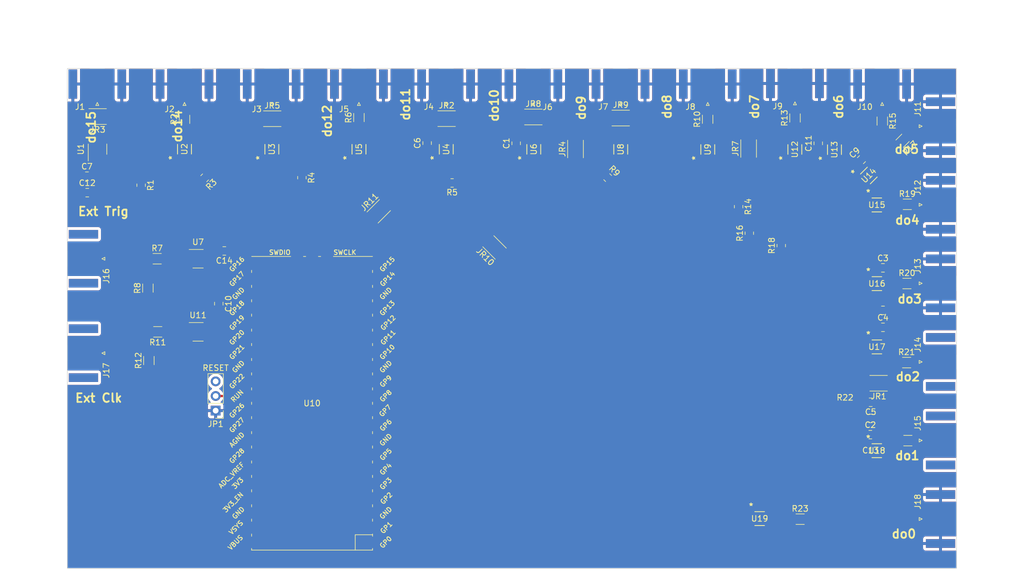
<source format=kicad_pcb>
(kicad_pcb (version 20221018) (generator pcbnew)
  (layers (0 "F.Cu" signal) (31 "B.Cu" signal) (34 "B.Paste" user) (35 "F.Paste" user) (36 "B.SilkS" user "B.Silkscreen") (37 "F.SilkS" user "F.Silkscreen") (38 "B.Mask" user) (39 "F.Mask" user) (44 "Edge.Cuts" user))
  (net 0 "")
  (net 1 "3_3V_Pico")
  (net 2 "GND")
  (net 3 "Net-(J16-In)")
  (net 4 "Net-(J17-In)")
  (net 5 "do7")
  (net 6 "do0")
  (net 7 "do15")
  (net 8 "do8")
  (net 9 "do14")
  (net 10 "do6")
  (net 11 "do9")
  (net 12 "do1")
  (net 13 "do13")
  (net 14 "do5")
  (net 15 "do10")
  (net 16 "do2")
  (net 17 "do12")
  (net 18 "do4")
  (net 19 "do3")
  (net 21 "Net-(JP1-C)")
  (net 22 "do11")
  (net 37 "Net-(U10-GPIO8)")
  (net 38 "Net-(U12A-1Y)")
  (net 41 "Net-(J16-Ext)")
  (net 42 "Net-(U2A-1Y)")
  (net 43 "Net-(R7-Pad2)")
  (net 44 "Net-(U5A-1Y)")
  (net 45 "Net-(R11-Pad1)")
  (net 46 "Net-(U9A-1Y)")
  (net 47 "Net-(U13A-1Y)")
  (net 48 "Net-(U14A-1Y)")
  (net 49 "Net-(U15A-1Y)")
  (net 50 "Net-(U16A-1Y)")
  (net 51 "Net-(U17A-1Y)")
  (net 52 "Net-(U18A-1Y)")
  (net 53 "Net-(U19A-1Y)")
  (net 54 "Net-(U10-GPIO15)")
  (net 55 "Net-(U10-GPIO14)")
  (net 56 "Net-(U10-GPIO13)")
  (net 57 "Net-(U10-GPIO11)")
  (net 58 "Net-(U10-GPIO12)")
  (net 59 "Net-(U10-GPIO10)")
  (net 61 "Net-(U10-GPIO16)")
  (net 62 "Net-(U10-GPIO9)")
  (net 63 "Net-(U10-GPIO7)")
  (net 65 "Net-(U10-GPIO20)")
  (net 66 "Net-(U10-GPIO6)")
  (net 67 "Net-(U10-GPIO5)")
  (net 68 "Net-(U10-GPIO4)")
  (net 69 "Net-(U10-GPIO3)")
  (net 70 "Net-(U10-GPIO2)")
  (net 71 "Net-(U10-GPIO1)")
  (net 72 "Net-(U10-GPIO0)")
  (footprint "74LVC2G34DKCR:74LVC2G34DKCR-M" (layer "F.Cu") (at 194.228 68.258 90)
    (fp_text reference "U12")
    (fp_text value "74LVC2G34DCKR")
  )
  (footprint "74LVC2G34DKCR:74LVC2G34DKCR-M" (layer "F.Cu") (at 88.235 68.21 90)
    (fp_text reference "U2")
    (fp_text value "74LVC2G34DCKR")
  )
  (footprint "Capacitor_SMD:C_0805_2012Metric_Pad1.18x1.45mm_HandSolder" (layer "F.Cu") (at 145.834 67.189 90)
    (fp_text reference "C1")
    (fp_text value "100n")
  )
  (footprint "Resistor_SMD:R_1206_3216Metric_Pad1.30x1.75mm_HandSolder" (layer "F.Cu") (at 213.763 77.789)
    (fp_text reference "R19")
    (fp_text value "49.9")
  )
  (footprint "74LVC2G34DKCR:74LVC2G34DKCR-M" (layer "F.Cu") (at 163.995 68.245 90)
    (fp_text reference "U8")
    (fp_text value "74LVC2G34DCKR")
  )
  (footprint "Resistor_SMD:R_2010_5025Metric_Pad1.40x2.65mm_HandSolder" (layer "F.Cu") (at 148.821 62.622)
    (fp_text reference "JR8")
    (fp_text value "0")
  )
  (footprint "Resistor_SMD:R_1206_3216Metric_Pad1.30x1.75mm_HandSolder" (layer "F.Cu") (at 82.058 104.919 90)
    (fp_text reference "R12")
    (fp_text value "47k")
  )
  (footprint "Resistor_SMD:R_1206_3216Metric_Pad1.30x1.75mm_HandSolder" (layer "F.Cu") (at 194.26 62.795 90)
    (fp_text reference "R13")
    (fp_text value "49.9")
  )
  (footprint "74LVC2G34DKCR:74LVC2G34DKCR-M" (layer "F.Cu") (at 179.108001 68.26125 90)
    (fp_text reference "U9")
    (fp_text value "74LVC2G34DCKR")
  )
  (footprint "74LVC2G34DKCR:74LVC2G34DKCR-M" (layer "F.Cu") (at 208.47975 102.544999)
    (fp_text reference "U17")
    (fp_text value "74LVC2G34DCKR")
  )
  (footprint "74LVC2G34DKCR:74LVC2G34DKCR-M" (layer "F.Cu") (at 103.406 68.224 90)
    (fp_text reference "U3")
    (fp_text value "74LVC2G34DCKR")
  )
  (footprint "Resistor_SMD:R_1206_3216Metric_Pad1.30x1.75mm_HandSolder" (layer "F.Cu") (at 213.697 91.539)
    (fp_text reference "R20")
    (fp_text value "49.9")
  )
  (footprint "Connector_Coaxial:SMA_Amphenol_132289_EdgeMount" (layer "F.Cu") (at 209.394448 56.9 90)
    (fp_text reference "J10")
    (fp_text value "do6")
  )
  (footprint "74LVC2G34DKCR:74LVC2G34DKCR-M" (layer "F.Cu") (at 207.078 72.783 45)
    (fp_text reference "U14")
    (fp_text value "74LVC2G34DCKR")
  )
  (footprint "Connector_Coaxial:SMA_Amphenol_132289_EdgeMount" (layer "F.Cu") (at 179.105556 56.9 90)
    (fp_text reference "J8")
    (fp_text value "do8")
  )
  (footprint "Resistor_SMD:R_1206_3216Metric_Pad1.30x1.75mm_HandSolder" (layer "F.Cu") (at 179.08 63.019 90)
    (fp_text reference "R10")
    (fp_text value "49.9")
  )
  (footprint "Connector_Coaxial:SMA_Amphenol_132289_EdgeMount" (layer "F.Cu") (at 219.531948 77.866071)
    (fp_text reference "J12")
    (fp_text value "do4")
  )
  (footprint "Resistor_SMD:R_0805_2012Metric_Pad1.20x1.40mm_HandSolder" (layer "F.Cu") (at 186.326 82.802 90)
    (fp_text reference "R16")
    (fp_text value "10k")
  )
  (footprint "Connector_Coaxial:SMA_Amphenol_132289_EdgeMount" (layer "F.Cu") (at 73.094448 56.9 90)
    (fp_text reference "J1")
    (fp_text value "do15")
  )
  (footprint "74LVC2G34DKCR:74LVC2G34DKCR-M" (layer "F.Cu") (at 208.46475 120.573)
    (fp_text reference "U18")
    (fp_text value "74LVC2G34DCKR")
  )
  (footprint "Connector_Coaxial:SMA_Amphenol_132289_EdgeMount" (layer "F.Cu") (at 70.694448 103.6375 180)
    (fp_text reference "J17")
    (fp_text value "Ext. Clk.")
  )
  (footprint "MCU_RaspberryPi_and_Boards:RPi_Pico_SMD" (layer "F.Cu") (at 110.394448 112.3375 180)
    (fp_text reference "U10")
    (fp_text value "Pico")
  )
  (footprint "Resistor_SMD:R_1206_3216Metric_Pad1.30x1.75mm_HandSolder" (layer "F.Cu") (at 213.856 118.817)
    (fp_text reference "R22")
    (fp_text value "49.9")
  )
  (footprint "Capacitor_SMD:C_0805_2012Metric_Pad1.18x1.45mm_HandSolder" (layer "F.Cu") (at 209.535 99.146)
    (fp_text reference "C4")
    (fp_text value "100n" hide)
  )
  (footprint "Resistor_SMD:R_0805_2012Metric_Pad1.20x1.40mm_HandSolder" (layer "F.Cu") (at 134.71 74.077 180)
    (fp_text reference "R5")
    (fp_text value "10k")
  )
  (footprint "Capacitor_SMD:C_0805_2012Metric_Pad1.18x1.45mm_HandSolder" (layer "F.Cu") (at 95.152 85.886 180)
    (fp_text reference "C14")
    (fp_text value "100n")
  )
  (footprint "Resistor_SMD:R_0805_2012Metric_Pad1.20x1.40mm_HandSolder" (layer "F.Cu") (at 80.703 74.467 -90)
    (fp_text reference "R1")
    (fp_text value "10k")
  )
  (footprint "Connector_PinHeader_2.54mm:PinHeader_1x03_P2.54mm_Vertical" (layer "F.Cu") (at 93.6498 113.6142 180)
    (fp_text reference "JP1")
    (fp_text value "RESET")
  )
  (footprint "Resistor_SMD:R_1206_3216Metric_Pad1.30x1.75mm_HandSolder" (layer "F.Cu") (at 209.418 63.331 -90)
    (fp_text reference "R15")
    (fp_text value "49.9")
  )
  (footprint "Resistor_SMD:R_1206_3216Metric_Pad1.30x1.75mm_HandSolder" (layer "F.Cu") (at 83.494448 87.2375)
    (fp_text reference "R7")
    (fp_text value "470")
  )
  (footprint "Resistor_SMD:R_2010_5025Metric_Pad1.40x2.65mm_HandSolder" (layer "F.Cu") (at 121.974 78.996 45)
    (fp_text reference "JR11")
    (fp_text value "0")
  )
  (footprint "74LVC2G34DKCR:74LVC2G34DKCR-M" (layer "F.Cu") (at 148.894 68.236 90)
    (fp_text reference "U6")
    (fp_text value "74LVC2G34DCKR")
  )
  (footprint "Resistor_SMD:R_1206_3216Metric_Pad1.30x1.75mm_HandSolder" (layer "F.Cu") (at 195.15 132.46)
    (fp_text reference "R23")
    (fp_text value "49.9")
  )
  (footprint "Capacitor_SMD:C_0805_2012Metric_Pad1.18x1.45mm_HandSolder" (layer "F.Cu") (at 209.528 88.824)
    (fp_text reference "C3")
    (fp_text value "100n")
  )
  (footprint "Capacitor_SMD:C_0805_2012Metric_Pad1.18x1.45mm_HandSolder" (layer "F.Cu") (at 209.535 96.205)
    (fp_text reference "C8" hide)
    (fp_text value "100n")
  )
  (footprint "74LVC2G34DKCR:74LVC2G34DKCR-M" (layer "F.Cu") (at 208.47825 91.564001)
    (fp_text reference "U16")
    (fp_text value "74LVC2G34DCKR")
  )
  (footprint "Resistor_SMD:R_2010_5025Metric_Pad1.40x2.65mm_HandSolder" (layer "F.Cu") (at 163.993 62.804)
    (fp_text reference "JR9")
    (fp_text value "0")
  )
  (footprint "Resistor_SMD:R_2010_5025Metric_Pad1.40x2.65mm_HandSolder" (layer "F.Cu") (at 156.14 68.183 90)
    (fp_text reference "JR4")
    (fp_text value "0")
  )
  (footprint "Resistor_SMD:R_1206_3216Metric_Pad1.30x1.75mm_HandSolder" (layer "F.Cu") (at 83.594448 99.9375 180)
    (fp_text reference "R11")
    (fp_text value "470")
  )
  (footprint "Capacitor_SMD:C_0805_2012Metric_Pad1.18x1.45mm_HandSolder" (layer "F.Cu") (at 198.296 67.191 90)
    (fp_text reference "C11")
    (fp_text value "100n")
  )
  (footprint "Capacitor_SMD:C_0805_2012Metric_Pad1.18x1.45mm_HandSolder" (layer "F.Cu") (at 207.3625 114.973 180)
    (fp_text reference "C13")
    (fp_text value "1u")
  )
  (footprint "Resistor_SMD:R_0805_2012Metric_Pad1.20x1.40mm_HandSolder" (layer "F.Cu") (at 108.63 73.162 -90)
    (fp_text reference "R4")
    (fp_text value "10k")
  )
  (footprint "Connector_Coaxial:SMA_Amphenol_132289_EdgeMount" (layer "F.Cu") (at 70.694448 87.2375 180)
    (fp_text reference "J16")
    (fp_text value "Ext. Trig.")
  )
  (footprint "Capacitor_SMD:C_0805_2012Metric_Pad1.18x1.45mm_HandSolder" (layer "F.Cu") (at 94.194448 95.0375 -90)
    (fp_text reference "C10")
    (fp_text value "100n")
  )
  (footprint "Package_TO_SOT_SMD:SOT-23-6_Handsoldering" (layer "F.Cu") (at 73.134 68.208 90)
    (fp_text reference "U1")
    (fp_text value "74LVC2G34DCKR")
  )
  (footprint "Resistor_SMD:R_2010_5025Metric_Pad1.40x2.65mm_HandSolder" (layer "F.Cu") (at 208.777 108.859 180)
    (fp_text reference "JR1")
    (fp_text value "0")
  )
  (footprint "Resistor_SMD:R_1206_3216Metric_Pad1.30x1.75mm_HandSolder" (layer "F.Cu") (at 212.936 66.753 -135)
    (fp_text reference "R17")
    (fp_text value "49.9")
  )
  (footprint "74LVC2G34DKCR:74LVC2G34DKCR-M" (layer "F.Cu") (at 208.465 77.893)
    (fp_text reference "U15")
    (fp_text value "74LVC2G34DCKR")
  )
  (footprint "Capacitor_SMD:C_0805_2012Metric_Pad1.18x1.45mm_HandSolder" (layer "F.Cu") (at 71.3 72.898)
    (fp_text reference "C7")
    (fp_text value "1u")
  )
  (footprint "74LVC2G34DKCR:74LVC2G34DKCR-M" (layer "F.Cu") (at 118.54 68.226 90)
    (fp_text reference "U5")
    (fp_text value "74LVC2G34DCKR")
  )
  (footprint "Connector_Coaxial:SMA_Amphenol_132289_EdgeMount" (layer "F.Cu") (at 194.25 56.8 90)
    (fp_text reference "J9")
    (fp_text value "do7")
  )
  (footprint "Resistor_SMD:R_0805_2012Metric_Pad1.20x1.40mm_HandSolder" (layer "F.Cu") (at 91.739 73.187 -135)
    (fp_text reference "R3")
    (fp_text value "10k")
  )
  (footprint "Package_TO_SOT_SMD:SOT-23-5_HandSoldering" (layer "F.Cu") (at 90.594448 87.2375)
    (fp_text reference "U7")
    (fp_text value "74LVC1G17")
  )
  (footprint "Connector_Coaxial:SMA_Amphenol_132289_EdgeMount" (layer "F.Cu") (at 219.531948 105.151785)
    (fp_text reference "J14")
    (fp_text value "do2")
  )
  (footprint "74LVC2G34DKCR:74LVC2G34DKCR-M" (layer "F.Cu") (at 201.109 68.296 90)
    (fp_text reference "U13")
    (fp_text value "74LVC2G34DCKR")
  )
  (footprint "Connector_Coaxial:SMA_Amphenol_132289_EdgeMount" (layer "F.Cu") (at 118.52778 56.9 90)
    (fp_text reference "J5")
    (fp_text value "do12")
  )
  (footprint "Connector_Coaxial:SMA_Amphenol_132289_EdgeMount" (layer "F.Cu") (at 88.238892 56.9 90)
    (fp_text reference "J2")
    (fp_text value "do14")
  )
  (footprint "Resistor_SMD:R_0805_2012Metric_Pad1.20x1.40mm_HandSolder" (layer "F.Cu") (at 191.869 84.957 90)
    (fp_text reference "R18")
    (fp_text value "10k")
  )
  (footprint "Resistor_SMD:R_2010_5025Metric_Pad1.40x2.65mm_HandSolder" (layer "F.Cu") (at 133.756944 62.907056)
    (fp_text reference "JR2")
    (fp_text value "0")
  )
  (footprint "Connector_Coaxial:SMA_Amphenol_132289_EdgeMount" (layer "F.Cu") (at 219.531948 132.4375)
    (fp_text reference "J18")
    (fp_text value "do0")
  )
  (footprint "Resistor_SMD:R_1206_3216Metric_Pad1.30x1.75mm_HandSolder" (layer "F.Cu") (at 81.887 92.338 90)
    (fp_text reference "R8")
    (fp_text value "47k")
  )
  (footprint "Connector_Coaxial:SMA_Amphenol_132289_EdgeMount" (layer "F.Cu") (at 103.383336 56.9 90)
    (fp_text reference "J3")
    (fp_text value "do13")
  )
  (footprint "Capacitor_SMD:C_0805_2012Metric_Pad1.18x1.45mm_HandSolder" (layer "F.Cu") (at 207.402 112.162 180)
    (fp_text reference "C5")
    (fp_text value "10u")
  )
  (footprint "Connector_Coaxial:SMA_Amphenol_132289_EdgeMount" (layer "F.Cu") (at 133.672224 56.9 90)
    (fp_text reference "J4")
    (fp_text value "do11")
  )
  (footprint "Resistor_SMD:R_1206_3216Metric_Pad1.30x1.75mm_HandSolder" (layer "F.Cu") (at 213.644 105.268)
    (fp_text reference "R21")
    (fp_text value "49.9")
  )
  (footprint "Resistor_SMD:R_2010_5025Metric_Pad1.40x2.65mm_HandSolder" (layer "F.Cu") (at 73.151 62.542 180)
    (fp_text reference "JR3")
    (fp_text value "0")
  )
  (footprint "74LVC2G34DKCR:74LVC2G34DKCR-M" (layer "F.Cu") (at 188.11875 132.365)
    (fp_text reference "U19")
    (fp_text value "74LVC2G34DCKR")
  )
  (footprint "Resistor_SMD:R_2010_5025Metric_Pad1.40x2.65mm_HandSolder" (layer "F.Cu") (at 186.202 68.102 90)
    (fp_text reference "JR7")
    (fp_text value "0")
  )
  (footprint "Capacitor_SMD:C_0805_2012Metric_Pad1.18x1.45mm_HandSolder" (layer "F.Cu") (at 207.3395 117.781)
    (fp_text reference "C2")
    (fp_text value "100n" hide)
  )
  (footprint "Capacitor_SMD:C_0805_2012Metric_Pad1.18x1.45mm_HandSolder" (layer "F.Cu") (at 130.369 67.1515 90)
    (fp_text reference "C6")
    (fp_text value "100n")
  )
  (footprint "Resistor_SMD:R_0805_2012Metric_Pad1.20x1.40mm_HandSolder" (layer "F.Cu") (at 184.462 78.192 -90)
    (fp_text reference "R14")
    (fp_text value "10k")
  )
  (footprint "Connector_Coaxial:SMA_Amphenol_132289_EdgeMount" (layer "F.Cu") (at 148.816668 56.9 90)
    (fp_text reference "J6")
    (fp_text value "do10")
  )
  (footprint "Resistor_SMD:R_2010_5025Metric_Pad1.40x2.65mm_HandSolder" (layer "F.Cu") (at 142.078 85.279 135)
    (fp_text reference "JR10")
    (fp_text value "0")
  )
  (footprint "Connector_Coaxial:SMA_Amphenol_132289_EdgeMount" (layer "F.Cu") (at 219.531948 91.508928)
    (fp_text reference "J13")
    (fp_text value "do3")
  )
  (footprint "Resistor_SMD:R_1206_3216Metric_Pad1.30x1.75mm_HandSolder" (layer "F.Cu") (at 88.241 63.028 90)
    (fp_text reference "R2")
    (fp_text value "49.9")
  )
  (footprint "Capacitor_SMD:C_0805_2012Metric_Pad1.18x1.45mm_HandSolder" (layer "F.Cu") (at 71.35 75.76)
    (fp_text reference "C12")
    (fp_text value "10u")
  )
  (footprint "Package_TO_SOT_SMD:SOT-23-5_HandSoldering" (layer "F.Cu") (at 90.594448 99.9375)
    (fp_text reference "U11")
    (fp_text value "74LVC1G34")
  )
  (footprint "Resistor_SMD:R_0805_2012Metric_Pad1.20x1.40mm_HandSolder" (layer "F.Cu") (at 161.727 73.151 -45)
    (fp_text reference "R9")
    (fp_text value "10k")
  )
  (footprint "Connector_Coaxial:SMA_Amphenol_132289_EdgeMount" (layer "F.Cu") (at 219.531948 64.223214)
    (fp_text reference "J11")
    (fp_text value "do5")
  )
  (footprint "Connector_Coaxial:SMA_Amphenol_132289_EdgeMount" (layer "F.Cu") (at 163.961112 56.9 90)
    (fp_text reference "J7")
    (fp_text value "do9")
  )
  (footprint "Resistor_SMD:R_2010_5025Metric_Pad1.40x2.65mm_HandSolder" (layer "F.Cu") (at 103.479 62.922)
    (fp_text reference "JR5")
    (fp_text value "0")
  )
  (footprint "Connector_Coaxial:SMA_Amphenol_132289_EdgeMount" (layer "F.Cu") (at 219.531948 118.794642)
    (fp_text reference "J15")
    (fp_text value "do1")
  )
  (footprint "Resistor_SMD:R_1206_3216Metric_Pad1.30x1.75mm_HandSolder" (layer "F.Cu") (at 118.534 62.717 90)
    (fp_text reference "R6")
    (fp_text value "49.9")
  )
  (footprint "74LVC2G34DKCR:74LVC2G34DKCR-M" (layer "F.Cu") (at 133.697 68.22925 90)
    (fp_text reference "U4")
    (fp_text value "74LVC2G34DCKR" hide)
  )
  (footprint "Capacitor_SMD:C_0805_2012Metric_Pad1.18x1.45mm_HandSolder" (layer "F.Cu") (at 205.7975 70.03 45)
    (fp_text reference "C9")
    (fp_text value "100n")
  )
  (gr_rect (start 67.9 54.2) (end 222.3 141) (stroke (width 0.1)) (fill none) (layer "Edge.Cuts"))
  (gr_text "do6" (at 202.7 63.1 90) (layer "F.SilkS") (effects (font (size 1.5 1.5) (thickness 0.3) bold) (justify left bottom)))
  (gr_text "do2" (at 211.6 108.6) (layer "F.SilkS") (effects (font (size 1.5 1.5) (thickness 0.3) bold) (justify left bottom)))
  (gr_text "do12" (at 113.9 66.3 90) (layer "F.SilkS") (effects (font (size 1.5 1.5) (thickness 0.3) bold) (justify left bottom)))
  (gr_text "do5" (at 211.4 69.1) (layer "F.SilkS") (effects (font (size 1.5 1.5) (thickness 0.3) bold) (justify left bottom)))
  (gr_text "do7" (at 188.1 63.1 90) (layer "F.SilkS") (effects (font (size 1.5 1.5) (thickness 0.3) bold) (justify left bottom)))
  (gr_text "do8" (at 172.9 63.1 90) (layer "F.SilkS") (effects (font (size 1.5 1.5) (thickness 0.3) bold) (justify left bottom)))
  (gr_text "do11" (at 127.5 63.4 90) (layer "F.SilkS") (effects (font (size 1.5 1.5) (thickness 0.3) bold) (justify left bottom)))
  (gr_text "do9" (at 158 63.3 90) (layer "F.SilkS") (effects (font (size 1.5 1.5) (thickness 0.3) bold) (justify left bottom)))
  (gr_text "Ext Clk" (at 69.1 112.3) (layer "F.SilkS") (effects (font (size 1.5 1.5) (thickness 0.3) bold) (justify left bottom)))
  (gr_text "Ext Trig" (at 69.6 79.9) (layer "F.SilkS") (effects (font (size 1.5 1.5) (thickness 0.3) bold) (justify left bottom)))
  (gr_text "do1" (at 211.5 122.3) (layer "F.SilkS") (effects (font (size 1.5 1.5) (thickness 0.3) bold) (justify left bottom)))
  (gr_text "do10" (at 142.9 63.6 90) (layer "F.SilkS") (effects (font (size 1.5 1.5) (thickness 0.3) bold) (justify left bottom)))
  (gr_text "do14" (at 87.9 67.2 90) (layer "F.SilkS") (effects (font (size 1.5 1.5) (thickness 0.3) bold) (justify left bottom)))
  (gr_text "do4" (at 211.5 81.4) (layer "F.SilkS") (effects (font (size 1.5 1.5) (thickness 0.3) bold) (justify left bottom)))
  (gr_text "do3" (at 211.9 95.1) (layer "F.SilkS") (effects (font (size 1.5 1.5) (thickness 0.3) bold) (justify left bottom)))
  (gr_text "do15" (at 72.9 67.4 90) (layer "F.SilkS") (effects (font (size 1.5 1.5) (thickness 0.3) bold) (justify left bottom)))
  (gr_text "do0" (at 210.9 135.9) (layer "F.SilkS") (effects (font (size 1.5 1.5) (thickness 0.3) bold) (justify left bottom)))
  (segment (start 208.457 105.182) (end 208.457 118.729) (width 0.4) (layer "F.Cu") (net 1))
  (segment (start 90.594448 86.6375) (end 90.944448 86.2875) (width 0.4) (layer "F.Cu") (net 1))
  (segment (start 90.944448 86.2875) (end 91.944448 86.2875) (width 0.4) (layer "F.Cu") (net 1))
  (segment (start 88.235 68.224) (end 88.243 68.232) (width 0.4) (layer "F.Cu") (net 1))
  (segment (start 208.457 74.2) (end 208.457 77.937) (width 0.4) (layer "F.Cu") (net 1))
  (segment (start 133.697 68.229) (end 133.7 68.232) (width 0.4) (layer "F.Cu") (net 1))
  (segment (start 208.457 91.508) (end 208.457 102.545) (width 0.4) (layer "F.Cu") (net 1))
  (segment (start 179.1 68.232) (end 163.996 68.232) (width 0.4) (layer "F.Cu") (net 1))
  (segment (start 92.8925 98.9875) (end 94.194448 97.685552) (width 0.4) (layer "F.Cu") (net 1))
  (segment (start 148.894 68.194) (end 148.932 68.232) (width 0.4) (layer "F.Cu") (net 1))
  (segment (start 91.944448 98.9875) (end 92.8925 98.9875) (width 0.4) (layer "F.Cu") (net 1))
  (segment (start 201.109 68.228) (end 201.113 68.232) (width 0.4) (layer "F.Cu") (net 1))
  (segment (start 208.457 120.573) (end 208.457 122.508) (width 0.4) (layer "F.Cu") (net 1))
  (segment (start 133.7 68.232) (end 118.509 68.232) (width 0.4) (layer "F.Cu") (net 1))
  (segment (start 207.953575 71.907425) (end 207.121 72.74) (width 0.4) (layer "F.Cu") (net 1))
  (segment (start 118.54 66.98775) (end 118.54 68.201) (width 0.4) (layer "F.Cu") (net 1))
  (segment (start 207.121 72.74) (end 206.997 72.74) (width 0.4) (layer "F.Cu") (net 1))
  (segment (start 148.894 66.99775) (end 148.894 68.194) (width 0.4) (layer "F.Cu") (net 1))
  (segment (start 188.42995 132.292801) (end 188.502149 132.365) (width 0.4) (layer "F.Cu") (net 1))
  (segment (start 72.325 79.575) (end 70.225 77.475) (width 0.4) (layer "F.Cu") (net 1))
  (segment (start 91.944448 85.278448) (end 87.361 80.695) (width 0.4) (layer "F.Cu") (net 1))
  (segment (start 194.228 68.194) (end 194.19 68.232) (width 0.4) (layer "F.Cu") (net 1))
  (segment (start 194.19 68.232) (end 201.113 68.232) (width 0.4) (layer "F.Cu") (net 1))
  (segment (start 118.54 68.201) (end 118.509 68.232) (width 0.4) (layer "F.Cu") (net 1))
  (segment (start 208.457 122.508) (end 204.475 126.49) (width 0.4) (layer "F.Cu") (net 1))
  (segment (start 101.504448 126.3075) (end 101.474448 126.3375) (width 0.4) (layer "F.Cu") (net 1))
  (segment (start 90.594448 121.6375) (end 90.594448 99.2375) (width 0.4) (layer "F.Cu") (net 1))
  (segment (start 208.457 102.545) (end 208.457 105.182) (width 0.4) (layer "F.Cu") (net 1))
  (segment (start 163.995 67.00675) (end 163.995 68.231) (width 0.4) (layer "F.Cu") (net 1))
  (segment (start 103.55 68.232) (end 103.406 68.088) (width 0.4) (layer "F.Cu") (net 1))
  (segment (start 188.502149 132.365) (end 189.357 132.365) (width 0.4) (layer "F.Cu") (net 1))
  (segment (start 179.108001 67.023) (end 179.108001 68.223999) (width 0.4) (layer "F.Cu") (net 1))
  (segment (start 74.257 68.232) (end 73.156 68.232) (width 0.4) (layer "F.Cu") (net 1))
  (segment (start 133.697 66.991) (end 133.697 68.229) (width 0.4) (layer "F.Cu") (net 1))
  (segment (start 73.134 66.96975) (end 73.134 68.21) (width 0.4) (layer "F.Cu") (net 1))
  (segment (start 86.241 79.575) (end 72.325 79.575) (width 0.4) (layer "F.Cu") (net 1))
  (segment (start 208.513001 91.564001) (end 208.457 91.508) (width 0.4) (layer "F.Cu") (net 1))
  (segment (start 88.243 68.232) (end 74.257 68.232) (width 0.4) (layer "F.Cu") (net 1))
  (segment (start 202.489 68.232) (end 206.997 72.74) (width 0.4) (layer "F.Cu") (net 1))
  (segment (start 189.905 126.49) (end 188.42995 127.96505) (width 0.4) (layer "F.Cu") (net 1))
  (segment (start 163.996 68.232) (end 148.932 68.232) (width 0.4) (layer "F.Cu") (net 1))
  (segment (start 95.294448 126.3375) (end 90.594448 121.6375) (width 0.4) (layer "F.Cu") (net 1))
  (segment (start 90.594448 99.2375) (end 90.594448 86.6375) (width 0.4) (layer "F.Cu") (net 1))
  (segment (start 208.457 118.729) (end 208.457 120.573) (width 0.4) (layer "F.Cu") (net 1))
  (segment (start 201.109 67.05775) (end 201.109 68.228) (width 0.4) (layer "F.Cu") (net 1))
  (segment (start 206.997 72.74) (end 208.457 74.2) (width 0.4) (layer "F.Cu") (net 1))
  (segment (start 87.361 80.695) (end 86.241 79.575) (width 0.4) (layer "F.Cu") (net 1))
  (segment (start 208.501 77.893) (end 208.457 77.937) (width 0.4) (layer "F.Cu") (net 1))
  (segment (start 92.9955 86.2875) (end 93.586 85.697) (width 0.4) (layer "F.Cu") (net 1))
  (segment (start 209.703 120.573) (end 208.457 120.573) (width 0.4) (layer "F.Cu") (net 1))
  (segment (start 204.475 126.49) (end 189.905 126.49) (width 0.4) (layer "F.Cu") (net 1))
  (segment (start 194.228 67.01975) (end 194.228 68.194) (width 0.4) (layer "F.Cu") (net 1))
  (segment (start 188.42995 127.96505) (end 188.42995 132.292801) (width 0.4) (layer "F.Cu") (net 1))
  (segment (start 118.509 68.232) (end 103.55 68.232) (width 0.4) (layer "F.Cu") (net 1))
  (segment (start 179.108001 68.223999) (end 179.1 68.232) (width 0.4) (layer "F.Cu") (net 1))
  (segment (start 73.134 68.21) (end 73.156 68.232) (width 0.4) (layer "F.Cu") (net 1))
  (segment (start 103.406 68.088) (end 103.406 66.98575) (width 0.4) (layer "F.Cu") (net 1))
  (segment (start 209.718 102.544999) (end 208.457 102.545) (width 0.4) (layer "F.Cu") (net 1))
  (segment (start 70.9 68.232) (end 70.225 68.907) (width 0.4) (layer "F.Cu") (net 1))
  (segment (start 88.235 66.97175) (end 88.235 68.224) (width 0.4) (layer "F.Cu") (net 1))
  (segment (start 194.19 68.232) (end 179.1 68.232) (width 0.4) (layer "F.Cu") (net 1))
  (segment (start 91.944448 86.2875) (end 91.944448 85.278448) (width 0.4) (layer "F.Cu") (net 1))
  (segment (start 209.70325 77.893) (end 208.501 77.893) (width 0.4) (layer "F.Cu") (net 1))
  (segment (start 209.7165 91.564001) (end 208.513001 91.564001) (width 0.4) (layer "F.Cu") (net 1))
  (segment (start 91.944448 86.2875) (end 92.9955 86.2875) (width 0.4) (layer "F.Cu") (net 1))
  (segment (start 70.225 77.475) (end 70.225 68.907) (width 0.4) (layer "F.Cu") (net 1))
  (segment (start 94.194448 97.685552) (end 94.194448 96.075) (width 0.4) (layer "F.Cu") (net 1))
  (segment (start 208.457 77.937) (end 208.457 78.313) (width 0.4) (layer "F.Cu") (net 1))
  (segment (start 201.113 68.232) (end 202.489 68.232) (width 0.4) (layer "F.Cu") (net 1))
  (segment (start 101.474448 126.3375) (end 95.294448 126.3375) (width 0.4) (layer "F.Cu") (net 1))
  (segment (start 103.55 68.232) (end 88.243 68.232) (width 0.4) (layer "F.Cu") (net 1))
  (segment (start 90.844448 98.9875) (end 91.944448 98.9875) (width 0.4) (layer "F.Cu") (net 1))
  (segment (start 163.995 68.231) (end 163.996 68.232) (width 0.4) (layer "F.Cu") (net 1))
  (segment (start 148.932 68.232) (end 133.7 68.232) (width 0.4) (layer "F.Cu") (net 1))
  (segment (start 93.586 85.697) (end 94.051 85.697) (width 0.4) (layer "F.Cu") (net 1))
  (segment (start 208.457 78.313) (end 208.457 91.508) (width 0.4) (layer "F.Cu") (net 1))
  (segment (start 73.156 68.232) (end 70.9 68.232) (width 0.4) (layer "F.Cu") (net 1))
  (segment (start 81.944448 87.2375) (end 70.694448 87.2375) (width 0.4) (layer "F.Cu") (net 3))
  (segment (start 81.887 90.788) (end 81.887 87.294948) (width 0.4) (layer "F.Cu") (net 3))
  (segment (start 81.887 87.294948) (end 81.944448 87.2375) (width 0.4) (layer "F.Cu") (net 3))
  (segment (start 70.694448 103.6375) (end 77.13 103.6375) (width 0.4) (layer "F.Cu") (net 4))
  (segment (start 77.13 103.6375) (end 80.83 99.9375) (width 0.4) (layer "F.Cu") (net 4))
  (segment (start 82.044448 99.9375) (end 82.044448 102.888552) (width 0.4) (layer "F.Cu") (net 4))
  (segment (start 82.044448 99.9375) (end 80.83 99.9375) (width 0.4) (layer "F.Cu") (net 4))
  (segment (start 194.26 56.81) (end 194.25 56.8) (width 0.93) (layer "F.Cu") (net 5))
  (segment (start 194.26 61.245) (end 194.26 56.81) (width 0.93) (layer "F.Cu") (net 5))
  (segment (start 196.7225 132.4375) (end 219.531948 132.4375) (width 0.93) (layer "F.Cu") (net 6))
  (segment (start 196.7 132.46) (end 196.7225 132.4375) (width 0.93) (layer "F.Cu") (net 6))
  (segment (start 73.094448 65.507552) (end 72.484001 66.117999) (width 0.4) (layer "F.Cu") (net 7))
  (segment (start 73.094448 56.9) (end 73.094448 64.676) (width 0.93) (layer "F.Cu") (net 7))
  (segment (start 73.783999 66.197103) (end 73.783999 66.96975) (width 0.4) (layer "F.Cu") (net 7))
  (segment (start 73.094448 65.507552) (end 73.783999 66.197103) (width 0.4) (layer "F.Cu") (net 7))
  (segment (start 73.094448 64.676) (end 73.094448 65.507552) (width 0.93) (layer "F.Cu") (net 7))
  (segment (start 72.484001 66.117999) (end 72.484001 66.96975) (width 0.4) (layer "F.Cu") (net 7))
  (segment (start 179.105556 56.9) (end 179.105556 61.443444) (width 0.93) (layer "F.Cu") (net 8))
  (segment (start 179.105556 61.443444) (end 179.08 61.469) (width 0.93) (layer "F.Cu") (net 8))
  (segment (start 88.238892 56.9) (end 88.238892 61.475892) (width 0.93) (layer "F.Cu") (net 9))
  (segment (start 88.238892 61.475892) (end 88.241 61.478) (width 0.93) (layer "F.Cu") (net 9))
  (segment (start 209.394448 61.757448) (end 209.418 61.781) (width 0.93) (layer "F.Cu") (net 10))
  (segment (start 209.394448 56.9) (end 209.394448 61.757448) (width 0.93) (layer "F.Cu") (net 10))
  (segment (start 164.644999 65.853999) (end 164.644999 67.00675) (width 0.4) (layer "F.Cu") (net 11))
  (segment (start 163.962 65.171) (end 163.345001 65.787999) (width 0.4) (layer "F.Cu") (net 11))
  (segment (start 163.961112 56.9) (end 163.961112 65.170112) (width 0.93) (layer "F.Cu") (net 11))
  (segment (start 163.961112 65.170112) (end 163.962 65.171) (width 0.4) (layer "F.Cu") (net 11))
  (segment (start 163.962 65.171) (end 164.644999 65.853999) (width 0.4) (layer "F.Cu") (net 11))
  (segment (start 163.345001 65.787999) (end 163.345001 67.00675) (width 0.4) (layer "F.Cu") (net 11))
  (segment (start 219.50959 118.817) (end 219.531948 118.794642) (width 0.93) (layer "F.Cu") (net 12))
  (segment (start 215.406 118.817) (end 219.50959 118.817) (width 0.93) (layer "F.Cu") (net 12))
  (segment (start 103.383336 61.919) (end 103.383336 65.079664) (width 0.4) (layer "F.Cu") (net 13))
  (segment (start 103.383336 56.9) (end 103.383336 61.919) (width 0.93) (layer "F.Cu") (net 13))
  (segment (start 103.383336 65.055664) (end 103.383336 65.079664) (width 0.4) (layer "F.Cu") (net 13))
  (segment (start 102.756001 65.699001) (end 102.756001 66.98575) (width 0.4) (layer "F.Cu") (net 13))
  (segment (start 102.763999 65.699001) (end 102.756001 65.699001) (width 0.4) (layer "F.Cu") (net 13))
  (segment (start 103.383336 65.079664) (end 102.763999 65.699001) (width 0.4) (layer "F.Cu") (net 13))
  (segment (start 103.383336 65.055664) (end 104.055999 65.728327) (width 0.4) (layer "F.Cu") (net 13))
  (segment (start 104.055999 65.728327) (end 104.055999 66.98575) (width 0.4) (layer "F.Cu") (net 13))
  (segment (start 219.531948 64.223214) (end 215.465786 64.223214) (width 0.93) (layer "F.Cu") (net 14))
  (segment (start 215.465786 64.223214) (end 214.032016 65.656984) (width 0.93) (layer "F.Cu") (net 14))
  (segment (start 148.837 65.502) (end 148.244001 66.094999) (width 0.4) (layer "F.Cu") (net 15))
  (segment (start 148.816668 56.9) (end 148.816668 65.481668) (width 0.93) (layer "F.Cu") (net 15))
  (segment (start 149.543999 66.208999) (end 149.543999 66.99775) (width 0.4) (layer "F.Cu") (net 15))
  (segment (start 148.837 65.502) (end 149.543999 66.208999) (width 0.4) (layer "F.Cu") (net 15))
  (segment (start 148.816668 65.481668) (end 148.837 65.502) (width 0.4) (layer "F.Cu") (net 15))
  (segment (start 148.244001 66.094999) (end 148.244001 66.99775) (width 0.4) (layer "F.Cu") (net 15))
  (segment (start 219.415733 105.268) (end 219.531948 105.151785) (width 0.93) (layer "F.Cu") (net 16))
  (segment (start 215.194 105.268) (end 219.415733 105.268) (width 0.93) (layer "F.Cu") (net 16))
  (segment (start 118.534 61.167) (end 118.534 56.90622) (width 0.93) (layer "F.Cu") (net 17))
  (segment (start 118.534 56.90622) (end 118.52778 56.9) (width 0.93) (layer "F.Cu") (net 17))
  (segment (start 219.454877 77.789) (end 219.531948 77.866071) (width 0.93) (layer "F.Cu") (net 18))
  (segment (start 215.313 77.789) (end 219.454877 77.789) (width 0.93) (layer "F.Cu") (net 18))
  (segment (start 215.247 91.539) (end 219.501876 91.539) (width 0.93) (layer "F.Cu") (net 19))
  (segment (start 219.501876 91.539) (end 219.531948 91.508928) (width 0.93) (layer "F.Cu") (net 19))
  (segment (start 101.504448 111.0675) (end 101.497748 111.0742) (width 0.4) (layer "F.Cu") (net 21))
  (segment (start 101.497748 111.0742) (end 93.6498 111.0742) (width 0.4) (layer "F.Cu") (net 21))
  (segment (start 133.047001 66.080999) (end 133.047001 66.991) (width 0.4) (layer "F.Cu") (net 22))
  (segment (start 134.346999 66.130551) (end 134.346999 66.991) (width 0.4) (layer "F.Cu") (net 22))
  (segment (start 133.672224 65.455776) (end 134.346999 66.130551) (width 0.4) (layer "F.Cu") (net 22))
  (segment (start 133.672224 56.9) (end 133.672224 65.455776) (width 0.93) (layer "F.Cu") (net 22))
  (segment (start 133.672224 65.455776) (end 133.047001 66.080999) (width 0.4) (layer "F.Cu") (net 22))
  (segment (start 179.102 71.175) (end 179.102 72.75) (width 0.4) (layer "F.Cu") (net 37))
  (segment (start 179.102 71.175) (end 179.758 70.519) (width 0.4) (layer "F.Cu") (net 37))
  (segment (start 133.0535 111.0675) (end 119.284448 111.0675) (width 0.4) (layer "F.Cu") (net 37))
  (segment (start 179.758 70.519) (end 179.758 69.4995) (width 0.4) (layer "F.Cu") (net 37))
  (segment (start 178.458002 69.4995) (end 178.458002 70.531002) (width 0.4) (layer "F.Cu") (net 37))
  (segment (start 168.862 75.259) (end 133.0535 111.0675) (width 0.4) (layer "F.Cu") (net 37))
  (segment (start 178.458002 70.531002) (end 179.102 71.175) (width 0.4) (layer "F.Cu") (net 37))
  (segment (start 176.593 75.259) (end 168.862 75.259) (width 0.4) (layer "F.Cu") (net 37))
  (segment (start 179.102 72.75) (end 176.593 75.259) (width 0.4) (layer "F.Cu") (net 37))
  (segment (start 193.578001 66.229999) (end 194.26 65.548) (width 0.4) (layer "F.Cu") (net 38))
  (segment (start 194.26 65.548) (end 194.877999 66.165999) (width 0.4) (layer "F.Cu") (net 38))
  (segment (start 194.26 65.548) (end 194.26 64.345) (width 0.4) (layer "F.Cu") (net 38))
  (segment (start 193.578001 67.01975) (end 193.578001 66.229999) (width 0.4) (layer "F.Cu") (net 38))
  (segment (start 194.877999 66.165999) (end 194.877999 67.01975) (width 0.4) (layer "F.Cu") (net 38))
  (segment (start 88.241 65.549) (end 88.199 65.591) (width 0.4) (layer "F.Cu") (net 42))
  (segment (start 88.884999 66.276999) (end 88.884999 66.97175) (width 0.4) (layer "F.Cu") (net 42))
  (segment (start 88.241 64.578) (end 88.241 65.549) (width 0.4) (layer "F.Cu") (net 42))
  (segment (start 87.585001 66.204999) (end 88.199 65.591) (width 0.4) (layer "F.Cu") (net 42))
  (segment (start 87.585001 66.97175) (end 87.585001 66.204999) (width 0.4) (layer "F.Cu") (net 42))
  (segment (start 88.199 65.591) (end 88.884999 66.276999) (width 0.4) (layer "F.Cu") (net 42))
  (segment (start 89.244448 87.2375) (end 85.044448 87.2375) (width 0.4) (layer "F.Cu") (net 43))
  (segment (start 117.890001 66.258999) (end 118.535 65.614) (width 0.4) (layer "F.Cu") (net 44))
  (segment (start 118.535 64.268) (end 118.535 65.351) (width 0.4) (layer "F.Cu") (net 44))
  (segment (start 117.890001 66.98775) (end 117.890001 66.258999) (width 0.4) (layer "F.Cu") (net 44))
  (segment (start 119.189999 66.268999) (end 118.535 65.614) (width 0.4) (layer "F.Cu") (net 44))
  (segment (start 119.189999 66.98775) (end 119.189999 66.268999) (width 0.4) (layer "F.Cu") (net 44))
  (segment (start 118.535 65.614) (end 118.535 65.351) (width 0.4) (layer "F.Cu") (net 44))
  (segment (start 89.244448 99.9375) (end 85.144448 99.9375) (width 0.4) (layer "F.Cu") (net 45))
  (segment (start 179.078 65.43) (end 179.758 66.11) (width 0.4) (layer "F.Cu") (net 46))
  (segment (start 179.078 64.571) (end 179.078 65.43) (width 0.4) (layer "F.Cu") (net 46))
  (segment (start 179.078 65.43) (end 178.458002 66.049998) (width 0.4) (layer "F.Cu") (net 46))
  (segment (start 179.758 66.11) (end 179.758 67.023) (width 0.4) (layer "F.Cu") (net 46))
  (segment (start 178.458002 66.049998) (end 178.458002 67.023) (width 0.4) (layer "F.Cu") (net 46))
  (segment (start 200.459001 67.05775) (end 200.459001 66.082999) (width 0.4) (layer "F.Cu") (net 47))
  (segment (start 201.711298 66.082999) (end 201.758999 66.1307) (width 0.4) (layer "F.Cu") (net 47))
  (segment (start 200.459001 66.082999) (end 201.711298 66.082999) (width 0.4) (layer "F.Cu") (net 47))
  (segment (start 209.418 64.881) (end 209.418 65.745) (width 0.4) (layer "F.Cu") (net 47))
  (segment (start 209.079 66.084) (end 201.805699 66.084) (width 0.4) (layer "F.Cu") (net 47))
  (segment (start 201.758999 66.1307) (end 201.758999 67.05775) (width 0.4) (layer "F.Cu") (net 47))
  (segment (start 201.805699 66.084) (end 201.758999 66.1307) (width 0.4) (layer "F.Cu") (net 47))
  (segment (start 209.418 65.745) (end 209.079 66.084) (width 0.4) (layer "F.Cu") (net 47))
  (segment (start 209.396 70.293) (end 209.396 71.384238) (width 0.4) (layer "F.Cu") (net 48))
  (segment (start 211.839984 67.849016) (end 209.396 70.293) (width 0.4) (layer "F.Cu") (net 48))
  (segment (start 209.396 70.293) (end 208.648762 70.293) (width 0.4) (layer "F.Cu") (net 48))
  (segment (start 209.396 71.384238) (end 208.413194 72.367044) (width 0.4) (layer "F.Cu") (net 48))
  (segment (start 208.648762 70.293) (end 207.493956 71.447806) (width 0.4) (layer "F.Cu") (net 48))
  (segment (start 210.409001 77.243001) (end 210.966 77.8) (width 0.4) (layer "F.Cu") (net 49))
  (segment (start 210.966 77.8) (end 212.202 77.8) (width 0.4) (layer "F.Cu") (net 49))
  (segment (start 210.342001 78.542999) (end 209.70325 78.542999) (width 0.4) (layer "F.Cu") (net 49))
  (segment (start 210.966 77.919) (end 210.342001 78.542999) (width 0.4) (layer "F.Cu") (net 49))
  (segment (start 210.966 77.8) (end 210.966 77.919) (width 0.4) (layer "F.Cu") (net 49))
  (segment (start 212.202 77.8) (end 212.213 77.789) (width 0.4) (layer "F.Cu") (net 49))
  (segment (start 209.70325 77.243001) (end 210.409001 77.243001) (width 0.4) (layer "F.Cu") (net 49))
  (segment (start 210.902 92.214) (end 211.577 91.539) (width 0.4) (layer "F.Cu") (net 50))
  (segment (start 211.577 91.539) (end 212.147 91.539) (width 0.4) (layer "F.Cu") (net 50))
  (segment (start 209.7165 92.214) (end 210.902 92.214) (width 0.4) (layer "F.Cu") (net 50))
  (segment (start 210.800002 90.914002) (end 209.7165 90.914002) (width 0.4) (layer "F.Cu") (net 50))
  (segment (start 212.147 91.539) (end 211.425 91.539) (width 0.4) (layer "F.Cu") (net 50))
  (segment (start 211.425 91.539) (end 210.800002 90.914002) (width 0.4) (layer "F.Cu") (net 50))
  (segment (start 211.145 102.768) (end 210.718002 103.194998) (width 0.4) (layer "F.Cu") (net 51))
  (segment (start 209.718 101.895) (end 210.64505 101.895) (width 0.4) (layer "F.Cu") (net 51))
  (segment (start 211.145 102.39495) (end 211.145 102.768) (width 0.4) (layer "F.Cu") (net 51))
  (segment (start 211.145 102.768) (end 211.773 102.768) (width 0.4) (layer "F.Cu") (net 51))
  (segment (start 210.718002 103.194998) (end 209.718 103.194998) (width 0.4) (layer "F.Cu") (net 51))
  (segment (start 212.094 103.089) (end 212.094 105.268) (width 0.4) (layer "F.Cu") (net 51))
  (segment (start 210.64505 101.895) (end 211.145 102.39495) (width 0.4) (layer "F.Cu") (net 51))
  (segment (start 211.773 102.768) (end 212.094 103.089) (width 0.4) (layer "F.Cu") (net 51))
  (segment (start 211.061 120.353951) (end 212.127049 120.353951) (width 0.4) (layer "F.Cu") (net 52))
  (segment (start 211.061 120.353951) (end 210.63005 119.923001) (width 0.4) (layer "F.Cu") (net 52))
  (segment (start 210.557851 121.222999) (end 211.061 120.71985) (width 0.4) (layer "F.Cu") (net 52))
  (segment (start 209.703 121.222999) (end 210.557851 121.222999) (width 0.4) (layer "F.Cu") (net 52))
  (segment (start 211.061 120.71985) (end 211.061 120.353951) (width 0.4) (layer "F.Cu") (net 52))
  (segment (start 212.127049 120.353951) (end 212.306 120.175) (width 0.4) (layer "F.Cu") (net 52))
  (segment (start 210.63005 119.923001) (end 209.703 119.923001) (width 0.4) (layer "F.Cu") (net 52))
  (segment (start 212.306 120.175) (end 212.306 118.817) (width 0.4) (layer "F.Cu") (net 52))
  (segment (start 189.357 131.715001) (end 190.511001 131.715001) (width 0.4) (layer "F.Cu") (net 53))
  (segment (start 190.701001 133.014999) (end 191.256 132.46) (width 0.4) (layer "F.Cu") (net 53))
  (segment (start 191.256 132.46) (end 193.6 132.46) (width 0.4) (layer "F.Cu") (net 53))
  (segment (start 190.511001 131.715001) (end 191.256 132.46) (width 0.4) (layer "F.Cu") (net 53))
  (segment (start 189.357 133.014999) (end 190.701001 133.014999) (width 0.4) (layer "F.Cu") (net 53))
  (segment (start 95.495 82.837) (end 86.129 73.471) (width 0.4) (layer "F.Cu") (net 54))
  (segment (start 73.783999 70.464001) (end 73.179351 71.068649) (width 0.4) (layer "F.Cu") (net 54))
  (segment (start 86.129 73.471) (end 75.581702 73.471) (width 0.4) (layer "F.Cu") (net 54))
  (segment (start 117.9375 88.2075) (end 112.567 82.837) (width 0.4) (layer "F.Cu") (net 54))
  (segment (start 112.567 82.837) (end 95.495 82.837) (width 0.4) (layer "F.Cu") (net 54))
  (segment (start 119.284448 88.2075) (end 117.9375 88.2075) (width 0.4) (layer "F.Cu") (net 54))
  (segment (start 73.179351 71.068649) (end 72.484001 70.3733) (width 0.4) (layer "F.Cu") (net 54))
  (segment (start 75.581702 73.471) (end 73.179351 71.068649) (width 0.4) (layer "F.Cu") (net 54))
  (segment (start 72.484001 70.3733) (end 72.484001 69.44625) (width 0.4) (layer "F.Cu") (net 54))
  (segment (start 73.783999 69.44625) (end 73.783999 70.464001) (width 0.4) (layer "F.Cu") (net 54))
  (segment (start 95.433 78.343) (end 88.272 71.182) (width 0.4) (layer "F.Cu") (net 55))
  (segment (start 121.067948 90.724) (end 122.542 90.724) (width 0.4) (layer "F.Cu") (net 55))
  (segment (start 123.172 90.094) (end 123.172 86.05) (width 0.4) (layer "F.Cu") (net 55))
  (segment (start 123.172 86.05) (end 121.177 84.055) (width 0.4) (layer "F.Cu") (net 55))
  (segment (start 121.177 84.055) (end 117.817 84.055) (width 0.4) (layer "F.Cu") (net 55))
  (segment (start 112.105 78.343) (end 95.433 78.343) (width 0.4) (layer "F.Cu") (net 55))
  (segment (start 87.585001 70.495001) (end 87.585001 69.44825) (width 0.4) (layer "F.Cu") (net 55))
  (segment (start 88.884999 70.303101) (end 88.272 70.9161) (width 0.4) (layer "F.Cu") (net 55))
  (segment (start 88.272 70.9161) (end 88.272 71.182) (width 0.4) (layer "F.Cu") (net 55))
  (segment (start 88.272 71.182) (end 87.585001 70.495001) (width 0.4) (layer "F.Cu") (net 55))
  (segment (start 88.884999 69.44825) (end 88.884999 70.303101) (width 0.4) (layer "F.Cu") (net 55))
  (segment (start 121.044448 90.7475) (end 121.067948 90.724) (width 0.4) (layer "F.Cu") (net 55))
  (segment (start 122.542 90.724) (end 123.172 90.094) (width 0.4) (layer "F.Cu") (net 55))
  (segment (start 117.817 84.055) (end 112.105 78.343) (width 0.4) (layer "F.Cu") (net 55))
  (segment (start 103.317 71.742) (end 102.756001 71.181001) (width 0.4) (layer "F.Cu") (net 56))
  (segment (start 105.762 74.187) (end 103.317 71.742) (width 0.4) (layer "F.Cu") (net 56))
  (segment (start 119.284448 95.8275) (end 123.1315 95.8275) (width 0.4) (layer "F.Cu") (net 56))
  (segment (start 102.756001 71.181001) (end 102.756001 69.46225) (width 0.4) (layer "F.Cu") (net 56))
  (segment (start 104.055999 71.003001) (end 103.317 71.742) (width 0.4) (layer "F.Cu") (net 56))
  (segment (start 125.819 93.14) (end 125.819 82.895) (width 0.4) (layer "F.Cu") (net 56))
  (segment (start 117.111 74.187) (end 105.762 74.187) (width 0.4) (layer "F.Cu") (net 56))
  (segment (start 123.1315 95.8275) (end 125.819 93.14) (width 0.4) (layer "F.Cu") (net 56))
  (segment (start 104.055999 69.46225) (end 104.055999 71.003001) (width 0.4) (layer "F.Cu") (net 56))
  (segment (start 125.819 82.895) (end 117.111 74.187) (width 0.4) (layer "F.Cu") (net 56))
  (segment (start 133.704 71.259) (end 133.704 90.809) (width 0.4) (layer "F.Cu") (net 57))
  (segment (start 123.6055 100.9075) (end 119.284448 100.9075) (width 0.4) (layer "F.Cu") (net 57))
  (segment (start 134.346999 70.616001) (end 134.346999 69.4675) (width 0.4) (layer "F.Cu") (net 57))
  (segment (start 133.704 71.259) (end 134.346999 70.616001) (width 0.4) (layer "F.Cu") (net 57))
  (segment (start 133.704 90.809) (end 123.6055 100.9075) (width 0.4) (layer "F.Cu") (net 57))
  (segment (start 133.047001 70.602001) (end 133.704 71.259) (width 0.4) (layer "F.Cu") (net 57))
  (segment (start 133.047001 69.4675) (end 133.047001 70.602001) (width 0.4) (layer "F.Cu") (net 57))
  (segment (start 129.655 80.102) (end 122.15 72.597) (width 0.4) (layer "F.Cu") (net 58))
  (segment (start 118.57745 71.00655) (end 117.890001 70.319101) (width 0.4) (layer "F.Cu") (net 58))
  (segment (start 118.57745 71.48345) (end 118.57745 71.00655) (width 0.4) (layer "F.Cu") (net 58))
  (segment (start 119.189999 70.3913) (end 118.57745 71.003849) (width 0.4) (layer "F.Cu") (net 58))
  (segment (start 119.691 72.597) (end 118.57745 71.48345) (width 0.4) (layer "F.Cu") (net 58))
  (segment (start 118.57745 71.003849) (end 118.57745 71.00655) (width 0.4) (layer "F.Cu") (net 58))
  (segment (start 119.284448 98.3675) (end 123.408028 98.3675) (width 0.4) (layer "F.Cu") (net 58))
  (segment (start 123.408028 98.3675) (end 129.655 92.120528) (width 0.4) (layer "F.Cu") (net 58))
  (segment (start 122.15 72.597) (end 119.691 72.597) (width 0.4) (layer "F.Cu") (net 58))
  (segment (start 117.890001 70.319101) (end 117.890001 69.46425) (width 0.4) (layer "F.Cu") (net 58))
  (segment (start 119.189999 69.46425) (end 119.189999 70.3913) (width 0.4) (layer "F.Cu") (net 58))
  (segment (start 129.655 92.120528) (end 129.655 80.102) (width 0.4) (layer "F.Cu") (net 58))
  (segment (start 148.866 71.269) (end 149.543999 70.591001) (width 0.4) (layer "F.Cu") (net 59))
  (segment (start 148.244001 70.647001) (end 148.866 71.269) (width 0.4) (layer "F.Cu") (net 59))
  (segment (start 149.543999 70.591001) (end 149.543999 69.47425) (width 0.4) (layer "F.Cu") (net 59))
  (segment (start 148.244001 69.47425) (end 148.244001 70.647001) (width 0.4) (layer "F.Cu") (net 59))
  (segment (start 123.9465 103.4475) (end 119.284448 103.4475) (width 0.4) (layer "F.Cu") (net 59))
  (segment (start 148.866 71.269) (end 148.866 78.528) (width 0.4) (layer "F.Cu") (net 59))
  (segment (start 148.866 78.528) (end 123.9465 103.4475) (width 0.4) (layer "F.Cu") (net 59))
  (segment (start 101.484448 88.1875) (end 91.944448 88.1875) (width 0.4) (layer "F.Cu") (net 61))
  (segment (start 101.504448 88.2075) (end 101.484448 88.1875) (width 0.4) (layer "F.Cu") (net 61))
  (segment (start 164.644999 70.609001) (end 164.644999 69.48325) (width 0.4) (layer "F.Cu") (net 62))
  (segment (start 163.946 71.308) (end 164.644999 70.609001) (width 0.4) (layer "F.Cu") (net 62))
  (segment (start 163.946 72.284) (end 127.7025 108.5275) (width 0.4) (layer "F.Cu") (net 62))
  (segment (start 127.7025 108.5275) (end 119.284448 108.5275) (width 0.4) (layer "F.Cu") (net 62))
  (segment (start 163.345001 70.707001) (end 163.946 71.308) (width 0.4) (layer "F.Cu") (net 62))
  (segment (start 163.946 71.308) (end 163.946 72.284) (width 0.4) (layer "F.Cu") (net 62))
  (segment (start 163.345001 69.48325) (end 163.345001 70.707001) (width 0.4) (layer "F.Cu") (net 62))
  (segment (start 193.578001 69.49625) (end 193.578001 70.594001) (width 0.4) (layer "F.Cu") (net 63))
  (segment (start 194.222 71.238) (end 194.877999 70.582001) (width 0.4) (layer "F.Cu") (net 63))
  (segment (start 187.31 79.199) (end 171.707 79.199) (width 0.4) (layer "F.Cu") (net 63))
  (segment (start 193.578001 70.594001) (end 194.222 71.238) (width 0.4) (layer "F.Cu") (net 63))
  (segment (start 194.232 71.248) (end 194.232 72.277) (width 0.4) (layer "F.Cu") (net 63))
  (segment (start 171.707 79.199) (end 137.291 113.615) (width 0.4) (layer "F.Cu") (net 63))
  (segment (start 194.232 72.277) (end 187.31 79.199) (width 0.4) (layer "F.Cu") (net 63))
  (segment (start 119.291948 113.615) (end 119.284448 113.6075) (width 0.4) (layer "F.Cu") (net 63))
  (segment (start 194.877999 70.582001) (end 194.877999 69.49625) (width 0.4) (layer "F.Cu") (net 63))
  (segment (start 194.222 71.238) (end 194.232 71.248) (width 0.4) (layer "F.Cu") (net 63))
  (segment (start 137.291 113.615) (end 119.291948 113.615) (width 0.4) (layer "F.Cu") (net 63))
  (segment (start 101.504448 100.9075) (end 101.484448 100.8875) (width 0.4) (layer "F.Cu") (net 65))
  (segment (start 101.484448 100.8875) (end 91.944448 100.8875) (width 0.4) (layer "F.Cu") (net 65))
  (segment (start 142.849 116.087) (end 119.344948 116.087) (width 0.4) (layer "F.Cu") (net 66))
  (segment (start 201.758999 70.685001) (end 201.758999 69.53425) (width 0.4) (layer "F.Cu") (net 66))
  (segment (start 201.077 71.367) (end 201.758999 70.685001) (width 0.4) (layer "F.Cu") (net 66))
  (segment (start 201.077 71.367) (end 201.077 75.324) (width 0.4) (layer "F.Cu") (net 66))
  (segment (start 200.459001 70.749001) (end 201.077 71.367) (width 0.4) (layer "F.Cu") (net 66))
  (segment (start 177.079 81.857) (end 142.849 116.087) (width 0.4) (layer "F.Cu") (net 66))
  (segment (start 201.077 75.324) (end 194.544 81.857) (width 0.4) (layer "F.Cu") (net 66))
  (segment (start 194.544 81.857) (end 177.079 81.857) (width 0.4) (layer "F.Cu") (net 66))
  (segment (start 119.344948 116.087) (end 119.284448 116.1475) (width 0.4) (layer "F.Cu") (net 66))
  (segment (start 200.459001 69.53425) (end 200.459001 70.749001) (width 0.4) (layer "F.Cu") (net 66))
  (segment (start 193.831 85.995) (end 205.028 74.798) (width 0.4) (layer "F.Cu") (net 67))
  (segment (start 205.742806 73.198956) (end 205.028 73.913762) (width 0.4) (layer "F.Cu") (net 67))
  (segment (start 177.598 85.995) (end 193.831 85.995) (width 0.4) (layer "F.Cu") (net 67))
  (segment (start 142.3655 121.2275) (end 177.598 85.995) (width 0.4) (layer "F.Cu") (net 67))
  (segment (start 205.028 73.913762) (end 205.028 74.798) (width 0.4) (layer "F.Cu") (net 67))
  (segment (start 119.284448 121.2275) (end 142.3655 121.2275) (width 0.4) (layer "F.Cu") (net 67))
  (segment (start 205.028 74.798) (end 205.982238 74.798) (width 0.4) (layer "F.Cu") (net 67))
  (segment (start 205.982238 74.798) (end 206.662044 74.118194) (width 0.4) (layer "F.Cu") (net 67))
  (segment (start 195.006 90.836) (end 204.929 80.913) (width 0.4) (layer "F.Cu") (net 68))
  (segment (start 204.929 79.145) (end 205.531001 78.542999) (width 0.4) (layer "F.Cu") (net 68))
  (segment (start 119.284448 123.7675) (end 145.6005 123.7675) (width 0.4) (layer "F.Cu") (net 68))
  (segment (start 205.531001 78.542999) (end 207.22675 78.542999) (width 0.4) (layer "F.Cu") (net 68))
  (segment (start 204.929 80.913) (end 204.929 79.244) (width 0.4) (layer "F.Cu") (net 68))
  (segment (start 178.532 90.836) (end 195.006 90.836) (width 0.4) (layer "F.Cu") (net 68))
  (segment (start 204.929 79.244) (end 204.929 79.145) (width 0.4) (layer "F.Cu") (net 68))
  (segment (start 204.929 78.224) (end 205.242 77.911) (width 0.4) (layer "F.Cu") (net 68))
  (segment (start 205.909999 77.243001) (end 205.242 77.911) (width 0.4) (layer "F.Cu") (net 68))
  (segment (start 207.22675 77.243001) (end 205.909999 77.243001) (width 0.4) (layer "F.Cu") (net 68))
  (segment (start 145.6005 123.7675) (end 178.532 90.836) (width 0.4) (layer "F.Cu") (net 68))
  (segment (start 205.242 77.911) (end 204.970001 78.182999) (width 0.4) (layer "F.Cu") (net 68))
  (segment (start 204.929 79.244) (end 204.929 78.224) (width 0.4) (layer "F.Cu") (net 68))
  (segment (start 202.962 91.599) (end 204.964 91.599) (width 0.4) (layer "F.Cu") (net 69))
  (segment (start 119.284448 126.3075) (end 154.3615 126.3075) (width 0.4) (layer "F.Cu") (net 69))
  (segment (start 204.964 91.599) (end 205.579 92.214) (width 0.4) (layer "F.Cu") (net 69))
  (segment (start 200.418 94.143) (end 202.962 91.599) (width 0.4) (layer "F.Cu") (net 69))
  (segment (start 154.3615 126.3075) (end 186.526 94.143) (width 0.4) (layer "F.Cu") (net 69))
  (segment (start 205.648998 90.914002) (end 204.964 91.599) (width 0.4) (layer "F.Cu") (net 69))
  (segment (start 205.579 92.214) (end 207.24 92.214) (width 0.4) (layer "F.Cu") (net 69))
  (segment (start 186.526 94.143) (end 200.418 94.143) (width 0.4) (layer "F.Cu") (net 69))
  (segment (start 207.24 90.914002) (end 205.648998 90.914002) (width 0.4) (layer "F.Cu") (net 69))
  (segment (start 119.284448 128.8475) (end 161.6965 128.8475) (width 0.4) (layer "F.Cu") (net 70))
  (segment (start 187.984 102.56) (end 205.465 102.56) (width 0.4) (layer "F.Cu") (net 70))
  (segment (start 161.6965 128.8475) (end 187.984 102.56) (width 0.4) (layer "F.Cu") (net 70))
  (segment (start 205.474 102.569) (end 206.099998 103.194998) (width 0.4) (layer "F.Cu") (net 70))
  (segment (start 206.148 101.895) (end 205.474 102.569) (width 0.4) (layer "F.Cu") (net 70))
  (segment (start 207.2415 101.895) (end 206.148 101.895) (width 0.4) (layer "F.Cu") (net 70))
  (segment (start 205.465 102.56) (end 205.474 102.569) (width 0.4) (layer "F.Cu") (net 70))
  (segment (start 206.099998 103.194998) (end 207.2415 103.194998) (width 0.4) (layer "F.Cu") (net 70))
  (segment (start 119.284448 133.9275) (end 166.5685 133.9275) (width 0.4) (layer "F.Cu") (net 71))
  (segment (start 179.943 120.553) (end 205.421 120.553) (width 0.4) (layer "F.Cu") (net 71))
  (segment (start 166.5685 133.9275) (end 179.943 120.553) (width 0.4) (layer "F.Cu") (net 71))
  (segment (start 205.423 120.555) (end 206.054999 119.923001) (width 0.4) (layer "F.Cu") (net 71))
  (segment (start 207.2265 121.222999) (end 206.090999 121.222999) (width 0.4) (layer "F.Cu") (net 71))
  (segment (start 206.090999 121.222999) (end 205.423 120.555) (width 0.4) (layer "F.Cu") (net 71))
  (segment (start 206.054999 119.923001) (end 207.2265 119.923001) (width 0.4) (layer "F.Cu") (net 71))
  (segment (start 205.421 120.553) (end 205.423 120.555) (width 0.4) (layer "F.Cu") (net 71))
  (segment (start 184.993 132.288) (end 185.1845 132.4795) (width 0.4) (layer "F.Cu") (net 72))
  (segment (start 185.516999 131.715001) (end 184.993 132.239) (width 0.4) (layer "F.Cu") (net 72))
  (segment (start 185.719999 133.014999) (end 186.8805 133.014999) (width 0.4) (layer "F.Cu") (net 72))
  (segment (start 184.993 132.239) (end 184.993 132.288) (width 0.4) (layer "F.Cu") (net 72))
  (segment (start 171.9625 136.4675) (end 176.195 132.235) (width 0.4) (layer "F.Cu") (net 72))
  (segment (start 176.195 132.235) (end 184.94 132.235) (width 0.4) (layer "F.Cu") (net 72))
  (segment (start 184.94 132.235) (end 185.1845 132.4795) (width 0.4) (layer "F.Cu") (net 72))
  (segment (start 119.284448 136.4675) (end 171.9625 136.4675) (width 0.4) (layer "F.Cu") (net 72))
  (segment (start 185.1845 132.4795) (end 185.719999 133.014999) (width 0.4) (layer "F.Cu") (net 72))
  (segment (start 186.8805 131.715001) (end 185.516999 131.715001) (width 0.4) (layer "F.Cu") (net 72))
  (zone (net 0) (net_name "") (layer "F.Cu") (connect_pads (clearance 0)) (min_thickness 0.25)
    (keepout (tracks not_allowed) (vias not_allowed) (pads not_allowed) (copperpour not_allowed) (footprints allowed))
    (fill (thermal_gap 0.5) (thermal_bridge_width 0.5))
    (polygon (pts (xy 106.094448 123.5375) (xy 106.094448 137.6375) (xy 114.494448 137.6375) (xy 114.494448 123.5375)))
  )
  (zone (net 2) (net_name "GND") (layers "F&B.Cu") (connect_pads (clearance 0.5)) (min_thickness 0.25) (fill yes (thermal_gap 0.5) (thermal_bridge_width 0.5))
    (polygon (pts (xy 67.794512 54.236532) (xy 67.918 141.03) (xy 222.349 141.093) (xy 222.194512 54.236532)))
  )
)
</source>
